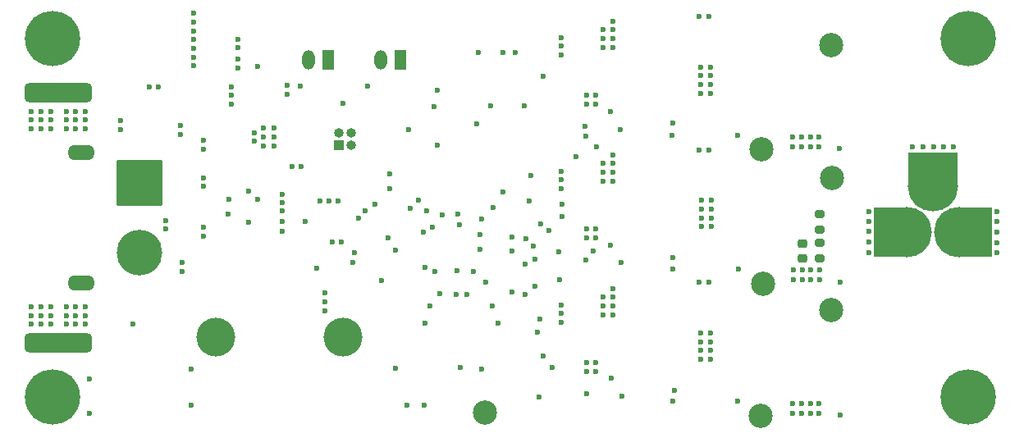
<source format=gbs>
%TF.GenerationSoftware,KiCad,Pcbnew,8.0.9-8.0.9-0~ubuntu22.04.1*%
%TF.CreationDate,2025-12-20T23:57:42-07:00*%
%TF.ProjectId,ESC_KiCAD,4553435f-4b69-4434-9144-2e6b69636164,A*%
%TF.SameCoordinates,Original*%
%TF.FileFunction,Soldermask,Bot*%
%TF.FilePolarity,Negative*%
%FSLAX46Y46*%
G04 Gerber Fmt 4.6, Leading zero omitted, Abs format (unit mm)*
G04 Created by KiCad (PCBNEW 8.0.9-8.0.9-0~ubuntu22.04.1) date 2025-12-20 23:57:42*
%MOMM*%
%LPD*%
G01*
G04 APERTURE LIST*
G04 Aperture macros list*
%AMRoundRect*
0 Rectangle with rounded corners*
0 $1 Rounding radius*
0 $2 $3 $4 $5 $6 $7 $8 $9 X,Y pos of 4 corners*
0 Add a 4 corners polygon primitive as box body*
4,1,4,$2,$3,$4,$5,$6,$7,$8,$9,$2,$3,0*
0 Add four circle primitives for the rounded corners*
1,1,$1+$1,$2,$3*
1,1,$1+$1,$4,$5*
1,1,$1+$1,$6,$7*
1,1,$1+$1,$8,$9*
0 Add four rect primitives between the rounded corners*
20,1,$1+$1,$2,$3,$4,$5,0*
20,1,$1+$1,$4,$5,$6,$7,0*
20,1,$1+$1,$6,$7,$8,$9,0*
20,1,$1+$1,$8,$9,$2,$3,0*%
G04 Aperture macros list end*
%ADD10C,4.000000*%
%ADD11O,2.804000X1.604000*%
%ADD12C,4.704000*%
%ADD13RoundRect,0.102000X2.250000X-2.250000X2.250000X2.250000X-2.250000X2.250000X-2.250000X-2.250000X0*%
%ADD14R,5.200000X3.500000*%
%ADD15C,5.200000*%
%ADD16R,3.350000X5.200000*%
%ADD17C,5.700000*%
%ADD18C,2.500000*%
%ADD19RoundRect,0.500000X-3.000000X-0.500000X3.000000X-0.500000X3.000000X0.500000X-3.000000X0.500000X0*%
%ADD20RoundRect,0.200000X-0.275000X0.200000X-0.275000X-0.200000X0.275000X-0.200000X0.275000X0.200000X0*%
%ADD21O,1.000000X1.000000*%
%ADD22R,1.000000X1.000000*%
%ADD23O,1.300000X2.000000*%
%ADD24R,1.300000X2.000000*%
%ADD25RoundRect,0.225000X0.250000X-0.225000X0.250000X0.225000X-0.250000X0.225000X-0.250000X-0.225000X0*%
%ADD26C,0.600000*%
G04 APERTURE END LIST*
D10*
X154570000Y-102188100D03*
X141430000Y-102188100D03*
D11*
X127539400Y-96650000D03*
X127539400Y-83150000D03*
D12*
X133539400Y-93500000D03*
D13*
X133539400Y-86300000D03*
D14*
X215450000Y-84850000D03*
D15*
X215450000Y-86600000D03*
X212700000Y-91350000D03*
D16*
X211025000Y-91350000D03*
X219875000Y-91350000D03*
D15*
X218200000Y-91350000D03*
D17*
X124600000Y-71400000D03*
D18*
X204950000Y-99450000D03*
D19*
X125200000Y-77000000D03*
D20*
X203750000Y-94125000D03*
X203750000Y-92475000D03*
D21*
X155395000Y-81154400D03*
X155395000Y-82424400D03*
X154125000Y-81154400D03*
D22*
X154125000Y-82424400D03*
D17*
X219100000Y-71400000D03*
D20*
X203750000Y-89475000D03*
X203750000Y-91125000D03*
D18*
X197900000Y-96700000D03*
D19*
X125200000Y-102800000D03*
D18*
X169200000Y-110000000D03*
D23*
X158500000Y-73625000D03*
D24*
X160500000Y-73625000D03*
D17*
X124600000Y-108400000D03*
D18*
X197700000Y-110300000D03*
D25*
X201950000Y-92525000D03*
X201950000Y-94075000D03*
D18*
X204950000Y-72050000D03*
D23*
X151050000Y-73625000D03*
D24*
X153050000Y-73625000D03*
D18*
X205050000Y-85750000D03*
D17*
X219100000Y-108400000D03*
D18*
X197750000Y-82850000D03*
D26*
X216550000Y-82600000D03*
X217550000Y-82600000D03*
X215500000Y-82600000D03*
X214400000Y-82600000D03*
X213350000Y-82600000D03*
X222050000Y-92450000D03*
X222050000Y-93450000D03*
X222050000Y-91400000D03*
X222050000Y-90300000D03*
X222050000Y-89250000D03*
X208850000Y-93450000D03*
X208850000Y-92400000D03*
X208850000Y-91300000D03*
X208850000Y-90250000D03*
X208850000Y-89250000D03*
X132900000Y-100900000D03*
X145400000Y-82000000D03*
X145400000Y-81100000D03*
X146400000Y-82450000D03*
X146400000Y-80650000D03*
X146400000Y-81550000D03*
X138900000Y-109200000D03*
X138900000Y-105500000D03*
X128400000Y-110100000D03*
X128400000Y-106500000D03*
X164800000Y-89600000D03*
X163800000Y-90900000D03*
X180400000Y-93342000D03*
X176800000Y-93400000D03*
X162900000Y-91400000D03*
X180700000Y-82550000D03*
X178600000Y-83600000D03*
X166600000Y-90600000D03*
X175200000Y-75300000D03*
X166650000Y-105350000D03*
X168850000Y-105500000D03*
X163050000Y-95050000D03*
X164550000Y-97750000D03*
X174800000Y-108400000D03*
X176150000Y-105350000D03*
X175200000Y-104150000D03*
X164050000Y-95400000D03*
X174350000Y-97000000D03*
X174350000Y-94200000D03*
X173400000Y-97850000D03*
X173400000Y-94700000D03*
X176900000Y-96300000D03*
X166450000Y-89550000D03*
X179655000Y-81445000D03*
X172000000Y-91850000D03*
X154400000Y-92350000D03*
X202795000Y-109045000D03*
X183345000Y-108310000D03*
X171110000Y-72874398D03*
X136300000Y-91050000D03*
X157150000Y-76275000D03*
X127000000Y-100000000D03*
X126000000Y-99100000D03*
X126000000Y-78900000D03*
X179750000Y-91055000D03*
X126000000Y-80700000D03*
X127000000Y-80700000D03*
X180650000Y-105750000D03*
X205875000Y-96525000D03*
X136300000Y-90150000D03*
X149350000Y-84600000D03*
X161175600Y-109275000D03*
X163550000Y-98999999D03*
X127000000Y-100900000D03*
X140200000Y-86650000D03*
X154550000Y-78050000D03*
X140200000Y-81900000D03*
X164285000Y-82435000D03*
X143750000Y-72350000D03*
X159400000Y-86899999D03*
X183250000Y-94515000D03*
X147450000Y-81550000D03*
X128000000Y-79800000D03*
X177100000Y-86895000D03*
X150700000Y-90300000D03*
X179720600Y-108085600D03*
X126000000Y-100900000D03*
X156200000Y-89899998D03*
X173950000Y-85500001D03*
X182150000Y-78945000D03*
X168900000Y-90049999D03*
X172384400Y-72849998D03*
X180650000Y-91050000D03*
X179600000Y-94265000D03*
X200995000Y-81545000D03*
X147450000Y-80650000D03*
X152700000Y-99500000D03*
X201895000Y-81545000D03*
X173800000Y-88200000D03*
X152700000Y-97650000D03*
X180650000Y-91950000D03*
X179550000Y-80495000D03*
X201050000Y-95300000D03*
X155750001Y-93449999D03*
X140200000Y-85750000D03*
X126000000Y-79800000D03*
X177100000Y-85095000D03*
X173284400Y-78349998D03*
X142750000Y-89525600D03*
X200995000Y-110045000D03*
X205775000Y-82725000D03*
X142774400Y-88025600D03*
X126000000Y-100000000D03*
X177095000Y-72195000D03*
X148300000Y-90300000D03*
X151850000Y-95100000D03*
X131600000Y-80750000D03*
X137950000Y-95400000D03*
X179750000Y-104855000D03*
X192350588Y-82872353D03*
X163200000Y-89199999D03*
X128000000Y-80700000D03*
X140150000Y-91800000D03*
X177095000Y-73095000D03*
X177095000Y-98895000D03*
X203695000Y-110045000D03*
X180650000Y-77245000D03*
X179750000Y-91955000D03*
X128000000Y-100000000D03*
X177095000Y-100695000D03*
X157850000Y-88499999D03*
X166350000Y-95350000D03*
X195400000Y-95200000D03*
X201895000Y-109045000D03*
X163000000Y-100749999D03*
X147450000Y-82450000D03*
X180650000Y-78145000D03*
X150250000Y-84600000D03*
X170550000Y-100749999D03*
X163950000Y-78400000D03*
X143750000Y-74450000D03*
X128000000Y-100900000D03*
X201895000Y-110045000D03*
X182295000Y-106460000D03*
X191300588Y-96545000D03*
X127000000Y-79800000D03*
X192300588Y-96545000D03*
X179750000Y-77250000D03*
X200995000Y-82545000D03*
X127000000Y-99100000D03*
X203695000Y-81545000D03*
X177095000Y-71295000D03*
X172025000Y-97550000D03*
X143750000Y-71450000D03*
X148800000Y-76250000D03*
X191295000Y-69095000D03*
X183200000Y-80795000D03*
X168050000Y-95399999D03*
X203695000Y-82545000D03*
X131600000Y-79850000D03*
X203750000Y-96300000D03*
X203750000Y-95300000D03*
X137800000Y-81300000D03*
X177095000Y-99795000D03*
X202795000Y-110045000D03*
X168570000Y-72835598D03*
X143750000Y-73550000D03*
X134600000Y-76350000D03*
X169834400Y-78349998D03*
X153500000Y-92350000D03*
X205850000Y-110225000D03*
X152700000Y-98550000D03*
X177100000Y-85995000D03*
X202850000Y-96300000D03*
X145800000Y-74275000D03*
X137950000Y-94500000D03*
X127000000Y-78900000D03*
X162975600Y-109275000D03*
X150150000Y-76300000D03*
X201895000Y-82545000D03*
X159400000Y-85399999D03*
X200995000Y-109045000D03*
X137800000Y-80400000D03*
X135500000Y-76350000D03*
X192295000Y-69095000D03*
X170000000Y-98999999D03*
X201050000Y-96300000D03*
X202795000Y-81545000D03*
X203695000Y-109045000D03*
X180650000Y-104850000D03*
X179750000Y-105755000D03*
X140200000Y-82800000D03*
X195331550Y-81400000D03*
X128000000Y-99100000D03*
X202850000Y-95300000D03*
X145750000Y-88025600D03*
X158525001Y-96374999D03*
X156900000Y-89149998D03*
X195300000Y-108800000D03*
X140150000Y-90900000D03*
X201950000Y-96300000D03*
X179750000Y-78150000D03*
X191350588Y-82872353D03*
X164350000Y-76700000D03*
X202795000Y-82545000D03*
X148800000Y-77150000D03*
X182150000Y-92715000D03*
X159250001Y-91999999D03*
X201950000Y-95300000D03*
X128000000Y-78900000D03*
X148350000Y-87450000D03*
X144800000Y-87100000D03*
X148350000Y-88300000D03*
X144800000Y-90400000D03*
X148350000Y-89150000D03*
X148350000Y-91250000D03*
X154100000Y-88200000D03*
X162400001Y-88050000D03*
X169300000Y-96549999D03*
X161550000Y-88899999D03*
X170050000Y-88799999D03*
X155550001Y-94499998D03*
X167350000Y-97799999D03*
X152200000Y-88200000D03*
X166250000Y-97799999D03*
X153150000Y-88200000D03*
X161325000Y-80775000D03*
X171050000Y-87250000D03*
X191495000Y-74345000D03*
X191550000Y-89000000D03*
X191550000Y-89900000D03*
X123400000Y-80700000D03*
X191550000Y-90800000D03*
X122400000Y-100000000D03*
X192495000Y-75245000D03*
X192550000Y-88100000D03*
X192550000Y-89900000D03*
X124400000Y-100900000D03*
X124400000Y-79800000D03*
X124400000Y-100000000D03*
X124400000Y-78900000D03*
X123400000Y-79800000D03*
X124400000Y-80700000D03*
X191495000Y-103595000D03*
X122400000Y-100900000D03*
X191550000Y-88100000D03*
X191495000Y-101795000D03*
X191495000Y-102695000D03*
X123400000Y-78900000D03*
X192495000Y-101795000D03*
X122400000Y-99100000D03*
X122400000Y-80700000D03*
X123400000Y-100000000D03*
X191495000Y-75245000D03*
X123400000Y-99100000D03*
X122400000Y-78900000D03*
X192495000Y-76145000D03*
X191495000Y-104495000D03*
X192495000Y-102695000D03*
X192550000Y-90800000D03*
X192495000Y-103595000D03*
X192495000Y-74345000D03*
X192495000Y-77045000D03*
X122400000Y-79800000D03*
X124400000Y-99100000D03*
X192495000Y-104495000D03*
X123400000Y-100900000D03*
X191495000Y-77045000D03*
X192550000Y-89000000D03*
X191495000Y-76145000D03*
X188600000Y-94000000D03*
X188750000Y-107700000D03*
X188650000Y-80100000D03*
X168400000Y-80200000D03*
X160000001Y-93199999D03*
X160000000Y-105400000D03*
X168700000Y-91650000D03*
X177150000Y-88465000D03*
X168700000Y-93150000D03*
X177150000Y-89735000D03*
X175800000Y-91200000D03*
X174200000Y-92800000D03*
X175000000Y-90500000D03*
X173450000Y-92050000D03*
X174875000Y-100375000D03*
X172000000Y-93300000D03*
X174625000Y-101675000D03*
X143100000Y-76350000D03*
X139200000Y-70600000D03*
X182395000Y-99895000D03*
X181395000Y-72295000D03*
X182395000Y-70495000D03*
X182395000Y-97195000D03*
X139200000Y-72400000D03*
X139200000Y-73300000D03*
X143100000Y-77250000D03*
X181395000Y-98995000D03*
X139200000Y-71500000D03*
X139200000Y-74200000D03*
X182395000Y-71395000D03*
X182395000Y-69595000D03*
X182395000Y-98095000D03*
X139200000Y-69700000D03*
X181395000Y-70495000D03*
X181400000Y-86095000D03*
X182400000Y-86095000D03*
X182395000Y-98995000D03*
X182395000Y-72295000D03*
X182400000Y-85195000D03*
X181395000Y-99895000D03*
X181400000Y-85195000D03*
X182400000Y-83395000D03*
X181400000Y-98095000D03*
X143100000Y-78150000D03*
X181395000Y-71395000D03*
X182400000Y-84295000D03*
X139200000Y-68800000D03*
X181400000Y-84295000D03*
X188531550Y-81400000D03*
X188631550Y-95200000D03*
X188650000Y-108800000D03*
M02*

</source>
